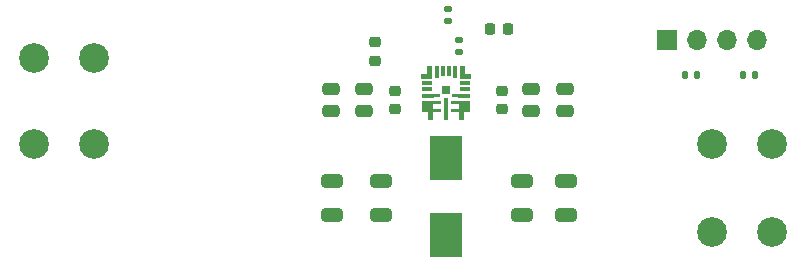
<source format=gbr>
%TF.GenerationSoftware,KiCad,Pcbnew,(6.0.0-0)*%
%TF.CreationDate,2022-06-13T23:55:57-07:00*%
%TF.ProjectId,max20499_breakout,6d617832-3034-4393-995f-627265616b6f,rev?*%
%TF.SameCoordinates,Original*%
%TF.FileFunction,Soldermask,Top*%
%TF.FilePolarity,Negative*%
%FSLAX46Y46*%
G04 Gerber Fmt 4.6, Leading zero omitted, Abs format (unit mm)*
G04 Created by KiCad (PCBNEW (6.0.0-0)) date 2022-06-13 23:55:57*
%MOMM*%
%LPD*%
G01*
G04 APERTURE LIST*
G04 Aperture macros list*
%AMRoundRect*
0 Rectangle with rounded corners*
0 $1 Rounding radius*
0 $2 $3 $4 $5 $6 $7 $8 $9 X,Y pos of 4 corners*
0 Add a 4 corners polygon primitive as box body*
4,1,4,$2,$3,$4,$5,$6,$7,$8,$9,$2,$3,0*
0 Add four circle primitives for the rounded corners*
1,1,$1+$1,$2,$3*
1,1,$1+$1,$4,$5*
1,1,$1+$1,$6,$7*
1,1,$1+$1,$8,$9*
0 Add four rect primitives between the rounded corners*
20,1,$1+$1,$2,$3,$4,$5,0*
20,1,$1+$1,$4,$5,$6,$7,0*
20,1,$1+$1,$6,$7,$8,$9,0*
20,1,$1+$1,$8,$9,$2,$3,0*%
%AMFreePoly0*
4,1,17,0.000354,1.075354,0.000500,1.075000,0.000500,0.000000,0.000354,-0.000354,0.000000,-0.000500,-0.900000,-0.000500,-0.900354,-0.000354,-0.900500,0.000000,-0.900500,0.400000,-0.900354,0.400354,-0.900000,0.400500,-0.450500,0.400500,-0.450500,1.075000,-0.450354,1.075354,-0.450000,1.075500,0.000000,1.075500,0.000354,1.075354,0.000354,1.075354,$1*%
%AMFreePoly1*
4,1,17,0.450354,1.075354,0.450500,1.075000,0.450500,0.400500,0.900000,0.400500,0.900354,0.400354,0.900500,0.400000,0.900500,0.000000,0.900354,-0.000354,0.900000,-0.000500,0.000000,-0.000500,-0.000354,-0.000354,-0.000500,0.000000,-0.000500,1.075000,-0.000354,1.075354,0.000000,1.075500,0.450000,1.075500,0.450354,1.075354,0.450354,1.075354,$1*%
%AMFreePoly2*
4,1,17,0.000354,0.000354,0.000500,0.000000,0.000500,-0.350000,0.000354,-0.350354,0.000000,-0.350500,-0.975000,-0.350500,-0.975354,-0.350354,-0.975500,-0.350000,-0.975500,-0.250500,-1.550000,-0.250500,-1.550354,-0.250354,-1.550500,-0.250000,-1.550500,0.000000,-1.550354,0.000354,-1.550000,0.000500,0.000000,0.000500,0.000354,0.000354,0.000354,0.000354,$1*%
%AMFreePoly3*
4,1,29,0.000035,0.000035,0.000050,0.000000,0.000050,-0.900000,0.000035,-0.900035,0.000000,-0.900050,-0.499950,-0.900050,-0.499950,-1.600000,-0.499965,-1.600035,-0.500000,-1.600050,-0.950000,-1.600050,-0.950035,-1.600035,-0.950050,-1.600000,-0.950050,-0.900050,-1.575000,-0.900050,-1.575035,-0.900035,-1.575050,-0.900000,-1.575050,-0.650000,-1.575035,-0.649965,-1.575000,-0.649950,-0.950050,-0.649950,
-0.950050,-0.250050,-1.575000,-0.250050,-1.575035,-0.250035,-1.575050,-0.250000,-1.575050,0.000000,-1.575035,0.000035,-1.575000,0.000050,0.000000,0.000050,0.000035,0.000035,0.000035,0.000035,$1*%
%AMFreePoly4*
4,1,29,1.575035,0.000035,1.575050,0.000000,1.575050,-0.250000,1.575035,-0.250035,1.575000,-0.250050,0.950050,-0.250050,0.950050,-0.649950,1.575000,-0.649950,1.575035,-0.649965,1.575050,-0.650000,1.575050,-0.900000,1.575035,-0.900035,1.575000,-0.900050,0.950050,-0.900050,0.950050,-1.600000,0.950035,-1.600035,0.950000,-1.600050,0.500000,-1.600050,0.499965,-1.600035,0.499950,-1.600000,
0.499950,-0.900050,0.000000,-0.900050,-0.000035,-0.900035,-0.000050,-0.900000,-0.000050,0.000000,-0.000035,0.000035,0.000000,0.000050,1.575000,0.000050,1.575035,0.000035,1.575035,0.000035,$1*%
%AMFreePoly5*
4,1,17,1.550354,0.000354,1.550500,0.000000,1.550500,-0.250000,1.550354,-0.250354,1.550000,-0.250500,0.975500,-0.250500,0.975500,-0.350000,0.975354,-0.350354,0.975000,-0.350500,0.000000,-0.350500,-0.000354,-0.350354,-0.000500,-0.350000,-0.000500,0.000000,-0.000354,0.000354,0.000000,0.000500,1.550000,0.000500,1.550354,0.000354,1.550354,0.000354,$1*%
G04 Aperture macros list end*
%ADD10RoundRect,0.135000X-0.185000X0.135000X-0.185000X-0.135000X0.185000X-0.135000X0.185000X0.135000X0*%
%ADD11RoundRect,0.135000X0.135000X0.185000X-0.135000X0.185000X-0.135000X-0.185000X0.135000X-0.185000X0*%
%ADD12C,2.520000*%
%ADD13RoundRect,0.225000X-0.250000X0.225000X-0.250000X-0.225000X0.250000X-0.225000X0.250000X0.225000X0*%
%ADD14RoundRect,0.250000X-0.475000X0.250000X-0.475000X-0.250000X0.475000X-0.250000X0.475000X0.250000X0*%
%ADD15R,1.700000X1.700000*%
%ADD16O,1.700000X1.700000*%
%ADD17RoundRect,0.250000X0.650000X-0.325000X0.650000X0.325000X-0.650000X0.325000X-0.650000X-0.325000X0*%
%ADD18RoundRect,0.225000X-0.225000X-0.250000X0.225000X-0.250000X0.225000X0.250000X-0.225000X0.250000X0*%
%ADD19R,0.650000X0.700000*%
%ADD20FreePoly0,0.000000*%
%ADD21R,0.350000X1.025000*%
%ADD22R,0.300000X0.925000*%
%ADD23FreePoly1,0.000000*%
%ADD24R,0.925000X0.300000*%
%ADD25FreePoly2,0.000000*%
%ADD26C,0.100000*%
%ADD27FreePoly3,0.000000*%
%ADD28R,0.350000X1.925000*%
%ADD29FreePoly4,0.000000*%
%ADD30FreePoly5,0.000000*%
%ADD31R,2.700000X3.850000*%
G04 APERTURE END LIST*
D10*
%TO.C,R4*%
X132630000Y-88750000D03*
X132630000Y-89770000D03*
%TD*%
%TO.C,R3*%
X131690000Y-86170000D03*
X131690000Y-87190000D03*
%TD*%
D11*
%TO.C,R2*%
X152740000Y-91710000D03*
X151720000Y-91710000D03*
%TD*%
%TO.C,R1*%
X157650000Y-91700000D03*
X156630000Y-91700000D03*
%TD*%
D12*
%TO.C,J1*%
X96650000Y-97600000D03*
X101730000Y-97600000D03*
%TD*%
D13*
%TO.C,C2*%
X127220000Y-93065000D03*
X127220000Y-94615000D03*
%TD*%
D14*
%TO.C,C15*%
X121750000Y-92890000D03*
X121750000Y-94790000D03*
%TD*%
D15*
%TO.C,J3*%
X150240000Y-88760000D03*
D16*
X152780000Y-88760000D03*
X155320000Y-88760000D03*
X157860000Y-88760000D03*
%TD*%
D17*
%TO.C,C8*%
X126030000Y-103635000D03*
X126030000Y-100685000D03*
%TD*%
D14*
%TO.C,C1*%
X124620000Y-94790000D03*
X124620000Y-92890000D03*
%TD*%
D12*
%TO.C,J2*%
X96650000Y-90280000D03*
X101730000Y-90280000D03*
%TD*%
D18*
%TO.C,C5*%
X135215000Y-87840000D03*
X136765000Y-87840000D03*
%TD*%
D17*
%TO.C,C7*%
X137950000Y-103635000D03*
X137950000Y-100685000D03*
%TD*%
D19*
%TO.C,U1*%
X131530000Y-92980000D03*
D20*
X130380000Y-92055000D03*
D21*
X130755000Y-91492500D03*
D22*
X131280000Y-91442500D03*
X131780000Y-91442500D03*
D21*
X132305000Y-91492500D03*
D23*
X132680000Y-92055000D03*
D24*
X133117500Y-92455000D03*
X133117500Y-92955000D03*
D25*
X133580000Y-93330000D03*
D26*
X132995000Y-94265000D03*
D27*
X133580000Y-93980000D03*
D28*
X131530000Y-94617500D03*
D29*
X129480000Y-93980000D03*
D26*
X130010000Y-94275000D03*
D30*
X129480000Y-93330000D03*
D24*
X129942500Y-92955000D03*
X129942500Y-92455000D03*
%TD*%
D17*
%TO.C,C9*%
X121870000Y-103635000D03*
X121870000Y-100685000D03*
%TD*%
D14*
%TO.C,C16*%
X141630000Y-94785000D03*
X141630000Y-92885000D03*
%TD*%
D31*
%TO.C,L1*%
X131530000Y-98735000D03*
X131530000Y-105285000D03*
%TD*%
D17*
%TO.C,C10*%
X141720000Y-103635000D03*
X141720000Y-100685000D03*
%TD*%
D12*
%TO.C,J4*%
X154060000Y-105040000D03*
X159140000Y-105040000D03*
%TD*%
D13*
%TO.C,C4*%
X136290000Y-93075000D03*
X136290000Y-94625000D03*
%TD*%
%TO.C,C6*%
X125520000Y-90525000D03*
X125520000Y-88975000D03*
%TD*%
D12*
%TO.C,J5*%
X154060000Y-97600000D03*
X159140000Y-97600000D03*
%TD*%
D14*
%TO.C,C3*%
X138720000Y-92885000D03*
X138720000Y-94785000D03*
%TD*%
M02*

</source>
